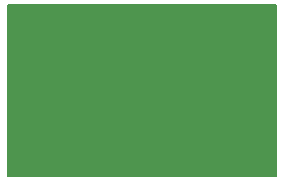
<source format=gbr>
%TF.GenerationSoftware,KiCad,Pcbnew,7.0.9*%
%TF.CreationDate,2023-11-14T16:17:37-06:00*%
%TF.ProjectId,to263-prototype,746f3236-332d-4707-926f-746f74797065,rev?*%
%TF.SameCoordinates,Original*%
%TF.FileFunction,Paste,Bot*%
%TF.FilePolarity,Positive*%
%FSLAX46Y46*%
G04 Gerber Fmt 4.6, Leading zero omitted, Abs format (unit mm)*
G04 Created by KiCad (PCBNEW 7.0.9) date 2023-11-14 16:17:37*
%MOMM*%
%LPD*%
G01*
G04 APERTURE LIST*
G04 APERTURE END LIST*
G36*
X100273039Y-66694685D02*
G01*
X100318794Y-66747489D01*
X100330000Y-66799000D01*
X100330000Y-81156000D01*
X100310315Y-81223039D01*
X100257511Y-81268794D01*
X100206000Y-81280000D01*
X77594000Y-81280000D01*
X77526961Y-81260315D01*
X77481206Y-81207511D01*
X77470000Y-81156000D01*
X77470000Y-66799000D01*
X77489685Y-66731961D01*
X77542489Y-66686206D01*
X77594000Y-66675000D01*
X100206000Y-66675000D01*
X100273039Y-66694685D01*
G37*
M02*

</source>
